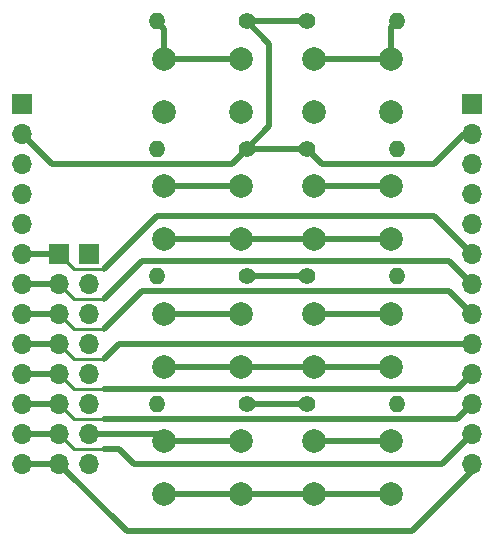
<source format=gbr>
G04 #@! TF.FileFunction,Copper,L1,Top,Signal*
%FSLAX46Y46*%
G04 Gerber Fmt 4.6, Leading zero omitted, Abs format (unit mm)*
G04 Created by KiCad (PCBNEW 4.0.7+dfsg1-1~bpo9+1) date Mon Apr  2 19:59:58 2018*
%MOMM*%
%LPD*%
G01*
G04 APERTURE LIST*
%ADD10C,0.100000*%
%ADD11R,1.700000X1.700000*%
%ADD12O,1.700000X1.700000*%
%ADD13C,1.400000*%
%ADD14O,1.400000X1.400000*%
%ADD15C,2.000000*%
%ADD16C,0.250000*%
%ADD17C,0.500000*%
G04 APERTURE END LIST*
D10*
D11*
X168275000Y-92075000D03*
D12*
X168275000Y-94615000D03*
X168275000Y-97155000D03*
X168275000Y-99695000D03*
X168275000Y-102235000D03*
X168275000Y-104775000D03*
X168275000Y-107315000D03*
X168275000Y-109855000D03*
X168275000Y-112395000D03*
X168275000Y-114935000D03*
X168275000Y-117475000D03*
X168275000Y-120015000D03*
X168275000Y-122555000D03*
D11*
X130175000Y-92075000D03*
D12*
X130175000Y-94615000D03*
X130175000Y-97155000D03*
X130175000Y-99695000D03*
X130175000Y-102235000D03*
X130175000Y-104775000D03*
X130175000Y-107315000D03*
X130175000Y-109855000D03*
X130175000Y-112395000D03*
X130175000Y-114935000D03*
X130175000Y-117475000D03*
X130175000Y-120015000D03*
X130175000Y-122555000D03*
D11*
X133350000Y-104775000D03*
D12*
X133350000Y-107315000D03*
X133350000Y-109855000D03*
X133350000Y-112395000D03*
X133350000Y-114935000D03*
X133350000Y-117475000D03*
X133350000Y-120015000D03*
X133350000Y-122555000D03*
D11*
X135890000Y-104775000D03*
D12*
X135890000Y-107315000D03*
X135890000Y-109855000D03*
X135890000Y-112395000D03*
X135890000Y-114935000D03*
X135890000Y-117475000D03*
X135890000Y-120015000D03*
X135890000Y-122555000D03*
D13*
X149225000Y-85090000D03*
D14*
X141605000Y-85090000D03*
D13*
X154305000Y-85090000D03*
D14*
X161925000Y-85090000D03*
D13*
X149225000Y-95885000D03*
D14*
X141605000Y-95885000D03*
D13*
X154305000Y-95885000D03*
D14*
X161925000Y-95885000D03*
D13*
X149225000Y-106680000D03*
D14*
X141605000Y-106680000D03*
D13*
X154305000Y-106680000D03*
D14*
X161925000Y-106680000D03*
D13*
X149225000Y-117475000D03*
D14*
X141605000Y-117475000D03*
D13*
X154305000Y-117475000D03*
D14*
X161925000Y-117475000D03*
D15*
X142240000Y-92765000D03*
X142240000Y-88265000D03*
X148740000Y-92765000D03*
X148740000Y-88265000D03*
X154940000Y-92765000D03*
X154940000Y-88265000D03*
X161440000Y-92765000D03*
X161440000Y-88265000D03*
X142240000Y-103560000D03*
X142240000Y-99060000D03*
X148740000Y-103560000D03*
X148740000Y-99060000D03*
X154940000Y-103560000D03*
X154940000Y-99060000D03*
X161440000Y-103560000D03*
X161440000Y-99060000D03*
X142240000Y-114355000D03*
X142240000Y-109855000D03*
X148740000Y-114355000D03*
X148740000Y-109855000D03*
X154940000Y-114355000D03*
X154940000Y-109855000D03*
X161440000Y-114355000D03*
X161440000Y-109855000D03*
X142240000Y-125150000D03*
X142240000Y-120650000D03*
X148740000Y-125150000D03*
X148740000Y-120650000D03*
X154940000Y-125150000D03*
X154940000Y-120650000D03*
X161440000Y-125150000D03*
X161440000Y-120650000D03*
D16*
X130175000Y-92075000D02*
X130810000Y-92075000D01*
D17*
X165100000Y-97155000D02*
X167640000Y-94615000D01*
X149225000Y-106680000D02*
X154305000Y-106680000D01*
X149225000Y-117475000D02*
X154305000Y-117475000D01*
X154305000Y-95885000D02*
X155575000Y-97155000D01*
X155575000Y-97155000D02*
X165100000Y-97155000D01*
X167640000Y-94615000D02*
X168275000Y-94615000D01*
X149225000Y-95885000D02*
X154305000Y-95885000D01*
X149225000Y-85090000D02*
X154305000Y-85090000D01*
X149225000Y-95885000D02*
X151130000Y-93980000D01*
X151130000Y-93980000D02*
X151130000Y-86995000D01*
X151130000Y-86995000D02*
X149225000Y-85090000D01*
X130175000Y-94615000D02*
X132715000Y-97155000D01*
X132715000Y-97155000D02*
X147955000Y-97155000D01*
X147955000Y-97155000D02*
X149225000Y-95885000D01*
D16*
X149225000Y-95885000D02*
X147955000Y-97155000D01*
X168275000Y-94615000D02*
X167640000Y-94615000D01*
D17*
X142240000Y-103560000D02*
X148740000Y-103560000D01*
X148740000Y-114355000D02*
X142240000Y-114355000D01*
X154940000Y-114355000D02*
X148740000Y-114355000D01*
X161440000Y-114355000D02*
X154940000Y-114355000D01*
X148740000Y-125150000D02*
X142240000Y-125150000D01*
X154940000Y-125150000D02*
X148740000Y-125150000D01*
X161440000Y-125150000D02*
X154940000Y-125150000D01*
X154940000Y-103560000D02*
X161440000Y-103560000D01*
X148740000Y-103560000D02*
X154940000Y-103560000D01*
X137160000Y-106045000D02*
X141605000Y-101600000D01*
X165100000Y-101600000D02*
X168275000Y-104775000D01*
X141605000Y-101600000D02*
X165100000Y-101600000D01*
D16*
X134620000Y-106045000D02*
X137160000Y-106045000D01*
X133350000Y-104775000D02*
X134620000Y-106045000D01*
D17*
X130175000Y-104775000D02*
X133350000Y-104775000D01*
X137160000Y-108585000D02*
X140335000Y-105410000D01*
X166370000Y-105410000D02*
X168275000Y-107315000D01*
X140335000Y-105410000D02*
X166370000Y-105410000D01*
X130175000Y-107315000D02*
X133350000Y-107315000D01*
D16*
X133350000Y-107315000D02*
X134620000Y-108585000D01*
X134620000Y-108585000D02*
X137160000Y-108585000D01*
D17*
X137160000Y-111125000D02*
X140335000Y-107950000D01*
X166370000Y-107950000D02*
X168275000Y-109855000D01*
X140335000Y-107950000D02*
X166370000Y-107950000D01*
D16*
X133350000Y-109855000D02*
X134620000Y-111125000D01*
X134620000Y-111125000D02*
X137160000Y-111125000D01*
D17*
X130175000Y-109855000D02*
X133350000Y-109855000D01*
X137160000Y-113665000D02*
X138430000Y-112395000D01*
X138430000Y-112395000D02*
X168275000Y-112395000D01*
X130175000Y-112395000D02*
X133350000Y-112395000D01*
D16*
X133350000Y-112395000D02*
X134620000Y-113665000D01*
X134620000Y-113665000D02*
X137160000Y-113665000D01*
D17*
X167005000Y-116205000D02*
X137160000Y-116205000D01*
X168275000Y-114935000D02*
X167005000Y-116205000D01*
D16*
X134620000Y-116205000D02*
X137160000Y-116205000D01*
X133350000Y-114935000D02*
X134620000Y-116205000D01*
D17*
X130175000Y-114935000D02*
X133350000Y-114935000D01*
X167005000Y-118745000D02*
X137160000Y-118745000D01*
X168275000Y-117475000D02*
X167005000Y-118745000D01*
D16*
X134620000Y-118745000D02*
X137160000Y-118745000D01*
X133350000Y-117475000D02*
X134620000Y-118745000D01*
D17*
X130175000Y-117475000D02*
X133350000Y-117475000D01*
D16*
X133350000Y-120015000D02*
X134620000Y-121285000D01*
D17*
X168275000Y-120015000D02*
X165735000Y-122555000D01*
X138430000Y-121285000D02*
X137160000Y-121285000D01*
X139700000Y-122555000D02*
X138430000Y-121285000D01*
X165735000Y-122555000D02*
X139700000Y-122555000D01*
D16*
X137160000Y-121285000D02*
X138430000Y-121285000D01*
X138430000Y-121285000D02*
X139700000Y-122555000D01*
X134620000Y-121285000D02*
X137160000Y-121285000D01*
D17*
X130175000Y-120015000D02*
X133350000Y-120015000D01*
X163195000Y-128270000D02*
X168275000Y-123190000D01*
X133350000Y-122555000D02*
X139065000Y-128270000D01*
X139065000Y-128270000D02*
X163195000Y-128270000D01*
X168275000Y-123190000D02*
X168275000Y-122555000D01*
X130175000Y-122555000D02*
X133350000Y-122555000D01*
D16*
X168275000Y-122555000D02*
X168275000Y-123190000D01*
X163195000Y-128270000D02*
X139065000Y-128270000D01*
D17*
X142240000Y-88265000D02*
X148740000Y-88265000D01*
X142240000Y-88265000D02*
X142240000Y-85725000D01*
X142240000Y-85725000D02*
X141605000Y-85090000D01*
D16*
X142240000Y-85725000D02*
X141605000Y-85090000D01*
D17*
X161440000Y-88265000D02*
X161440000Y-85575000D01*
X161440000Y-85575000D02*
X161925000Y-85090000D01*
X154940000Y-88265000D02*
X161440000Y-88265000D01*
D16*
X161440000Y-85575000D02*
X161925000Y-85090000D01*
D17*
X142240000Y-99060000D02*
X148740000Y-99060000D01*
X154940000Y-99060000D02*
X161440000Y-99060000D01*
X142240000Y-109855000D02*
X148740000Y-109855000D01*
X154940000Y-109855000D02*
X161440000Y-109855000D01*
X141605000Y-120015000D02*
X142240000Y-120650000D01*
X135890000Y-120015000D02*
X141605000Y-120015000D01*
X148740000Y-120650000D02*
X142240000Y-120650000D01*
D16*
X141605000Y-120015000D02*
X142240000Y-120650000D01*
D17*
X154940000Y-120650000D02*
X161440000Y-120650000D01*
M02*

</source>
